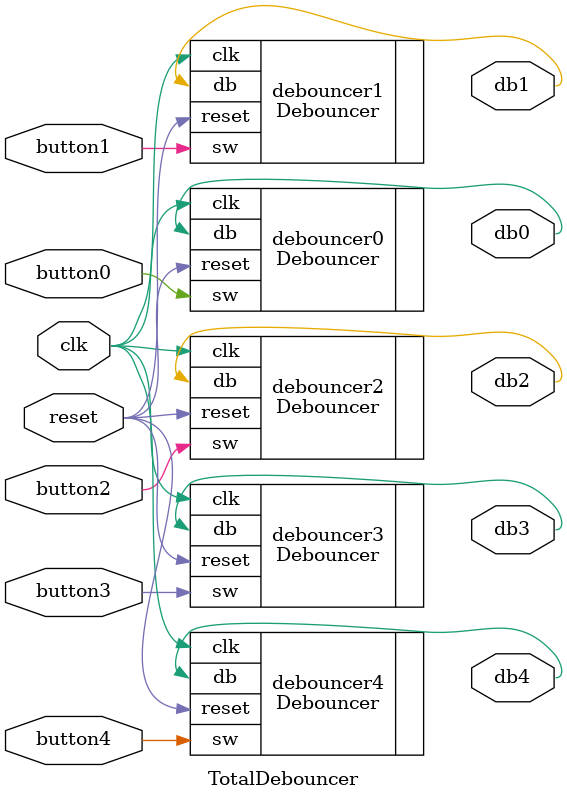
<source format=v>
`timescale 1ns / 1ps
module TotalDebouncer(
		input button0,
		input button1,
		input button2,
		input button3,
		input button4,
		input clk,
		input reset,
		
		output db0,
		output db1,
		output db2,
		output db3,
		output db4
    );



	Debouncer debouncer0(
		.clk(clk), 
		.reset(reset),
		.sw(button0),
		.db(db0)
	);
	
		Debouncer debouncer1(
		.clk(clk), 
		.reset(reset),
		.sw(button1),
		.db(db1)
	);
		Debouncer debouncer2(
		.clk(clk), 
		.reset(reset),
		.sw(button2),
		.db(db2)
	);
		Debouncer debouncer3(
		.clk(clk), 
		.reset(reset),
		.sw(button3),
		.db(db3)
	);
		Debouncer debouncer4(
		.clk(clk), 
		.reset(reset),
		.sw(button4),
		.db(db4)
	);

endmodule

</source>
